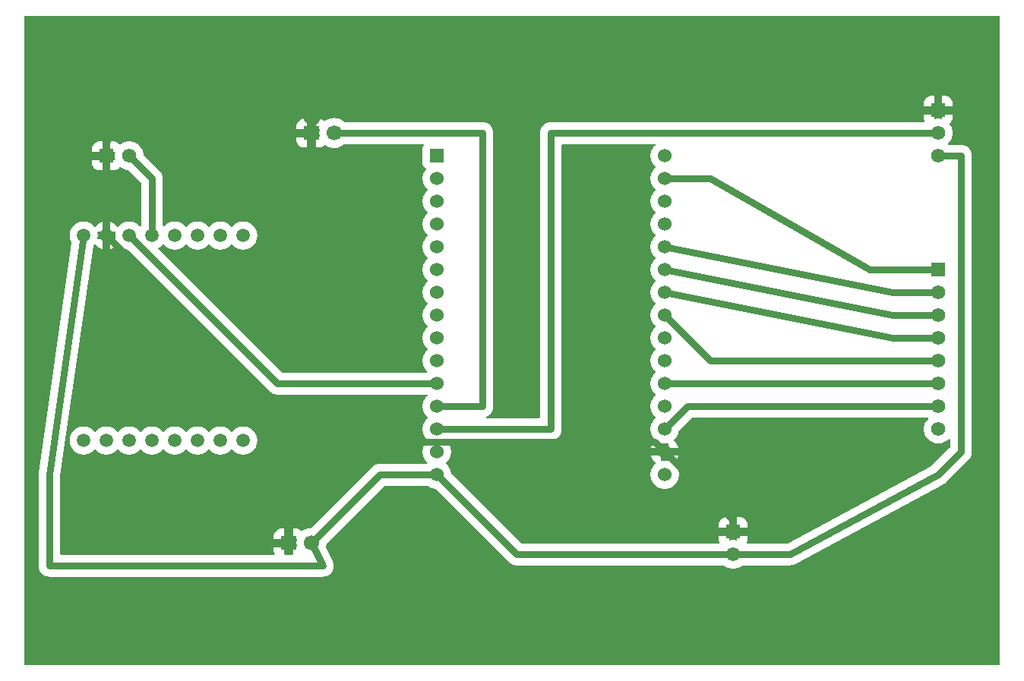
<source format=gtl>
G04 Layer: TopLayer*
G04 EasyEDA v6.5.51, 2025-11-27 18:45:45*
G04 165794e495e04085a6bddc9ff9194116,e0a4688c9a4c477ab9b1abdd6ae47455,10*
G04 Gerber Generator version 0.2*
G04 Scale: 100 percent, Rotated: No, Reflected: No *
G04 Dimensions in millimeters *
G04 leading zeros omitted , absolute positions ,4 integer and 5 decimal *
%FSLAX45Y45*%
%MOMM*%

%ADD10C,0.8000*%
%ADD11R,1.7000X1.5748*%
%ADD12C,1.7000*%
%ADD13R,1.5748X1.5748*%
%ADD14C,1.5748*%
%ADD15R,1.5240X1.5240*%
%ADD16R,0.0193X1.5240*%
%ADD17C,1.5240*%
%ADD18C,1.5000*%

%LPD*%
G36*
X747268Y1689607D02*
G01*
X743356Y1690370D01*
X740105Y1692605D01*
X737870Y1695856D01*
X737108Y1699768D01*
X737108Y8917432D01*
X737870Y8921343D01*
X740105Y8924594D01*
X743356Y8926830D01*
X747268Y8927592D01*
X11597132Y8927592D01*
X11601043Y8926830D01*
X11604294Y8924594D01*
X11606530Y8921343D01*
X11607292Y8917432D01*
X11607292Y1699768D01*
X11606530Y1695856D01*
X11604294Y1692605D01*
X11601043Y1690370D01*
X11597132Y1689607D01*
G37*

%LPC*%
G36*
X1016304Y2672232D02*
G01*
X4063695Y2672232D01*
X4078681Y2673096D01*
X4093159Y2675788D01*
X4107179Y2680157D01*
X4120591Y2686202D01*
X4133189Y2693771D01*
X4144772Y2702864D01*
X4155135Y2713228D01*
X4164228Y2724810D01*
X4171797Y2737408D01*
X4177842Y2750820D01*
X4182211Y2764840D01*
X4184904Y2779318D01*
X4185767Y2794000D01*
X4184904Y2808681D01*
X4182211Y2823159D01*
X4177842Y2837230D01*
X4172813Y2848711D01*
X4098493Y2997352D01*
X4097477Y3000908D01*
X4097782Y3004566D01*
X4100017Y3012744D01*
X4102811Y3030270D01*
X4103268Y3038348D01*
X4104132Y3041954D01*
X4106214Y3045002D01*
X4746498Y3685286D01*
X4749800Y3687470D01*
X4753660Y3688232D01*
X5230114Y3688232D01*
X5233365Y3687724D01*
X5236260Y3686149D01*
X5245303Y3679291D01*
X5259984Y3670452D01*
X5275478Y3663289D01*
X5291734Y3657803D01*
X5308396Y3654145D01*
X5315204Y3653383D01*
X5318506Y3652469D01*
X5321300Y3650487D01*
X6136792Y2834995D01*
X6142228Y2829864D01*
X6147917Y2825140D01*
X6153810Y2820771D01*
X6160008Y2816758D01*
X6166408Y2813151D01*
X6173012Y2809951D01*
X6179820Y2807106D01*
X6186779Y2804718D01*
X6193840Y2802737D01*
X6201054Y2801213D01*
X6208318Y2800096D01*
X6215634Y2799435D01*
X6223152Y2799232D01*
X8527948Y2799232D01*
X8531199Y2798673D01*
X8534095Y2797149D01*
X8545931Y2788158D01*
X8560816Y2779166D01*
X8576564Y2771902D01*
X8593074Y2766314D01*
X8610041Y2762605D01*
X8627313Y2760726D01*
X8644686Y2760726D01*
X8661958Y2762605D01*
X8678926Y2766314D01*
X8695436Y2771902D01*
X8711184Y2779166D01*
X8726068Y2788158D01*
X8737904Y2797149D01*
X8740800Y2798673D01*
X8744051Y2799232D01*
X9270949Y2799232D01*
X9286951Y2800299D01*
X9301378Y2803093D01*
X9315399Y2807614D01*
X9329013Y2813913D01*
X10979607Y3702710D01*
X10984941Y3705758D01*
X10992307Y3710533D01*
X10997082Y3714089D01*
X11003737Y3719728D01*
X11008207Y3723995D01*
X11262004Y3977792D01*
X11267135Y3983228D01*
X11271859Y3988917D01*
X11276228Y3994810D01*
X11280241Y4001008D01*
X11283848Y4007408D01*
X11287048Y4014012D01*
X11289893Y4020820D01*
X11292281Y4027779D01*
X11294262Y4034840D01*
X11295786Y4042054D01*
X11296904Y4049318D01*
X11297564Y4056634D01*
X11297767Y4064152D01*
X11297767Y7365695D01*
X11296904Y7380681D01*
X11294211Y7395159D01*
X11289842Y7409180D01*
X11283797Y7422591D01*
X11276228Y7435189D01*
X11267135Y7446772D01*
X11256772Y7457135D01*
X11245189Y7466228D01*
X11232591Y7473797D01*
X11219180Y7479842D01*
X11205159Y7484211D01*
X11190681Y7486903D01*
X11175695Y7487767D01*
X11041126Y7487767D01*
X11037316Y7488529D01*
X11034014Y7490714D01*
X11031829Y7493914D01*
X11031016Y7497775D01*
X11031677Y7501636D01*
X11033760Y7504938D01*
X11044326Y7516063D01*
X11054842Y7529931D01*
X11063833Y7544816D01*
X11071098Y7560564D01*
X11076686Y7577074D01*
X11080394Y7594041D01*
X11082274Y7611313D01*
X11082274Y7628686D01*
X11080394Y7645958D01*
X11076686Y7662925D01*
X11071098Y7679436D01*
X11063833Y7695184D01*
X11054842Y7710068D01*
X11049508Y7717129D01*
X11047780Y7720685D01*
X11047526Y7724648D01*
X11048847Y7728407D01*
X11051489Y7731404D01*
X11054283Y7733487D01*
X11062512Y7741716D01*
X11069523Y7751064D01*
X11075111Y7761274D01*
X11079175Y7772247D01*
X11081664Y7783626D01*
X11082528Y7795615D01*
X11082528Y7828280D01*
X10967720Y7828280D01*
X10967720Y7786878D01*
X10966805Y7782610D01*
X10964113Y7779156D01*
X10960303Y7777073D01*
X10955934Y7776870D01*
X10939373Y7779562D01*
X10922000Y7780528D01*
X10904626Y7779562D01*
X10888065Y7776870D01*
X10883696Y7777073D01*
X10879886Y7779156D01*
X10877194Y7782610D01*
X10876280Y7786878D01*
X10876280Y7828280D01*
X10761472Y7828280D01*
X10761472Y7795615D01*
X10762335Y7783626D01*
X10764824Y7772247D01*
X10768888Y7761274D01*
X10771327Y7756804D01*
X10772546Y7752842D01*
X10772038Y7748676D01*
X10769904Y7745069D01*
X10766501Y7742631D01*
X10762437Y7741767D01*
X6604304Y7741767D01*
X6589318Y7740903D01*
X6574840Y7738211D01*
X6560820Y7733842D01*
X6547408Y7727797D01*
X6534810Y7720228D01*
X6523228Y7711135D01*
X6512864Y7700772D01*
X6503771Y7689189D01*
X6496202Y7676591D01*
X6490157Y7663180D01*
X6485788Y7649159D01*
X6483096Y7634681D01*
X6482232Y7619695D01*
X6482232Y4449927D01*
X6481419Y4446066D01*
X6479235Y4442764D01*
X6475933Y4440580D01*
X6472072Y4439767D01*
X5891733Y4439767D01*
X5887872Y4440529D01*
X5884621Y4442714D01*
X5882386Y4445914D01*
X5881573Y4449775D01*
X5882233Y4453636D01*
X5884367Y4456938D01*
X5887567Y4459224D01*
X5898591Y4464202D01*
X5911189Y4471771D01*
X5922772Y4480864D01*
X5933135Y4491228D01*
X5942228Y4502810D01*
X5949797Y4515408D01*
X5955842Y4528820D01*
X5960211Y4542840D01*
X5962904Y4557318D01*
X5963767Y4572304D01*
X5963767Y7619695D01*
X5962904Y7634681D01*
X5960211Y7649159D01*
X5955842Y7663180D01*
X5949797Y7676591D01*
X5942228Y7689189D01*
X5933135Y7700772D01*
X5922772Y7711135D01*
X5911189Y7720228D01*
X5898591Y7727797D01*
X5885180Y7733842D01*
X5871159Y7738211D01*
X5856681Y7740903D01*
X5841695Y7741767D01*
X4308754Y7741767D01*
X4304944Y7742529D01*
X4300829Y7745526D01*
X4286859Y7756448D01*
X4271822Y7765897D01*
X4255820Y7773670D01*
X4239158Y7779664D01*
X4221886Y7783880D01*
X4204309Y7786217D01*
X4186580Y7786725D01*
X4168851Y7785303D01*
X4151426Y7782001D01*
X4134408Y7776870D01*
X4118051Y7769961D01*
X4102557Y7761376D01*
X4093159Y7754823D01*
X4089958Y7753299D01*
X4086453Y7752994D01*
X4083050Y7753908D01*
X4080154Y7755940D01*
X4075531Y7760512D01*
X4066184Y7767523D01*
X4055973Y7773111D01*
X4045051Y7777175D01*
X4033621Y7779664D01*
X4021632Y7780528D01*
X3985869Y7780528D01*
X3985869Y7665720D01*
X4017924Y7665720D01*
X4022293Y7664703D01*
X4025798Y7661960D01*
X4027779Y7657896D01*
X4027830Y7653426D01*
X4026357Y7646517D01*
X4024477Y7628890D01*
X4024477Y7611109D01*
X4026357Y7593482D01*
X4027830Y7586573D01*
X4027779Y7582103D01*
X4025798Y7578039D01*
X4022293Y7575296D01*
X4017924Y7574280D01*
X3985869Y7574280D01*
X3985869Y7459472D01*
X4021632Y7459472D01*
X4033621Y7460335D01*
X4045051Y7462824D01*
X4055973Y7466888D01*
X4066184Y7472476D01*
X4075531Y7479487D01*
X4080154Y7484059D01*
X4083050Y7486091D01*
X4086453Y7487005D01*
X4089958Y7486700D01*
X4093159Y7485176D01*
X4102557Y7478623D01*
X4118051Y7470038D01*
X4134408Y7463129D01*
X4151426Y7457998D01*
X4168851Y7454696D01*
X4186580Y7453274D01*
X4204309Y7453782D01*
X4221886Y7456119D01*
X4239158Y7460335D01*
X4255820Y7466330D01*
X4271822Y7474102D01*
X4286859Y7483551D01*
X4300829Y7494473D01*
X4304944Y7497470D01*
X4308754Y7498232D01*
X5178298Y7498232D01*
X5182412Y7497368D01*
X5185765Y7494930D01*
X5187899Y7491323D01*
X5188407Y7487158D01*
X5187238Y7483195D01*
X5183378Y7476185D01*
X5179314Y7465263D01*
X5176824Y7453884D01*
X5176012Y7441844D01*
X5176012Y7290206D01*
X5176824Y7278166D01*
X5179314Y7266787D01*
X5183378Y7255865D01*
X5189016Y7245603D01*
X5195976Y7236307D01*
X5204256Y7228027D01*
X5208625Y7224775D01*
X5211318Y7221677D01*
X5212638Y7217765D01*
X5212232Y7213650D01*
X5210251Y7210044D01*
X5208219Y7207605D01*
X5198618Y7193483D01*
X5190591Y7178344D01*
X5184292Y7162444D01*
X5179669Y7145985D01*
X5176926Y7129119D01*
X5176012Y7112000D01*
X5176926Y7094931D01*
X5179669Y7078065D01*
X5184292Y7061606D01*
X5190591Y7045706D01*
X5198618Y7030567D01*
X5208219Y7016445D01*
X5219293Y7003389D01*
X5230876Y6992416D01*
X5233212Y6989064D01*
X5234076Y6985000D01*
X5233212Y6980986D01*
X5230876Y6977634D01*
X5219293Y6966661D01*
X5208219Y6953605D01*
X5198618Y6939483D01*
X5190591Y6924344D01*
X5184292Y6908444D01*
X5179669Y6891985D01*
X5176926Y6875119D01*
X5176012Y6858000D01*
X5176926Y6840931D01*
X5179669Y6824065D01*
X5184292Y6807606D01*
X5190591Y6791706D01*
X5198618Y6776567D01*
X5208219Y6762445D01*
X5219293Y6749389D01*
X5230876Y6738416D01*
X5233212Y6735064D01*
X5234076Y6731000D01*
X5233212Y6726986D01*
X5230876Y6723634D01*
X5219293Y6712661D01*
X5208219Y6699605D01*
X5198618Y6685483D01*
X5190591Y6670344D01*
X5184292Y6654444D01*
X5179669Y6637985D01*
X5176926Y6621119D01*
X5176012Y6604000D01*
X5176926Y6586931D01*
X5179669Y6570065D01*
X5184292Y6553606D01*
X5190591Y6537706D01*
X5198618Y6522567D01*
X5208219Y6508445D01*
X5219293Y6495389D01*
X5230876Y6484416D01*
X5233212Y6481064D01*
X5234076Y6477000D01*
X5233212Y6472986D01*
X5230876Y6469634D01*
X5219293Y6458661D01*
X5208219Y6445605D01*
X5198618Y6431483D01*
X5190591Y6416344D01*
X5184292Y6400444D01*
X5179669Y6383985D01*
X5176926Y6367119D01*
X5176012Y6350000D01*
X5176926Y6332931D01*
X5179669Y6316065D01*
X5184292Y6299606D01*
X5190591Y6283706D01*
X5198618Y6268567D01*
X5208219Y6254445D01*
X5219293Y6241389D01*
X5230876Y6230416D01*
X5233212Y6227064D01*
X5234076Y6223000D01*
X5233212Y6218986D01*
X5230876Y6215634D01*
X5219293Y6204661D01*
X5208219Y6191605D01*
X5198618Y6177483D01*
X5190591Y6162344D01*
X5184292Y6146444D01*
X5179669Y6129985D01*
X5176926Y6113119D01*
X5176012Y6096000D01*
X5176926Y6078931D01*
X5179669Y6062065D01*
X5184292Y6045606D01*
X5190591Y6029706D01*
X5198618Y6014567D01*
X5208219Y6000445D01*
X5219293Y5987389D01*
X5230876Y5976416D01*
X5233212Y5973064D01*
X5234076Y5969000D01*
X5233212Y5964986D01*
X5230876Y5961634D01*
X5219293Y5950661D01*
X5208219Y5937605D01*
X5198618Y5923483D01*
X5190591Y5908344D01*
X5184292Y5892444D01*
X5179669Y5875985D01*
X5176926Y5859119D01*
X5176012Y5842000D01*
X5176926Y5824931D01*
X5179669Y5808065D01*
X5184292Y5791606D01*
X5190591Y5775706D01*
X5198618Y5760567D01*
X5208219Y5746445D01*
X5219293Y5733389D01*
X5230876Y5722416D01*
X5233212Y5719064D01*
X5234076Y5715000D01*
X5233212Y5710986D01*
X5230876Y5707634D01*
X5219293Y5696661D01*
X5208219Y5683605D01*
X5198618Y5669483D01*
X5190591Y5654344D01*
X5184292Y5638444D01*
X5179669Y5621985D01*
X5176926Y5605119D01*
X5176012Y5588000D01*
X5176926Y5570931D01*
X5179669Y5554065D01*
X5184292Y5537606D01*
X5190591Y5521706D01*
X5198618Y5506567D01*
X5208219Y5492445D01*
X5219293Y5479389D01*
X5230876Y5468416D01*
X5233212Y5465064D01*
X5234076Y5461000D01*
X5233212Y5456986D01*
X5230876Y5453634D01*
X5219293Y5442661D01*
X5208219Y5429605D01*
X5198618Y5415483D01*
X5190591Y5400344D01*
X5184292Y5384444D01*
X5179669Y5367985D01*
X5176926Y5351119D01*
X5176012Y5334000D01*
X5176926Y5316931D01*
X5179669Y5300065D01*
X5184292Y5283606D01*
X5190591Y5267706D01*
X5198618Y5252567D01*
X5208219Y5238445D01*
X5219293Y5225389D01*
X5230876Y5214416D01*
X5233212Y5211064D01*
X5234076Y5207000D01*
X5233212Y5202986D01*
X5230876Y5199634D01*
X5219293Y5188661D01*
X5208219Y5175605D01*
X5198618Y5161483D01*
X5190591Y5146344D01*
X5184292Y5130444D01*
X5179669Y5113985D01*
X5176926Y5097119D01*
X5176012Y5080000D01*
X5176926Y5062931D01*
X5179669Y5046065D01*
X5184292Y5029606D01*
X5190591Y5013706D01*
X5198618Y4998567D01*
X5208219Y4984445D01*
X5219293Y4971389D01*
X5225643Y4965344D01*
X5227980Y4962093D01*
X5228844Y4958181D01*
X5228132Y4954219D01*
X5225897Y4950866D01*
X5222595Y4948580D01*
X5218684Y4947818D01*
X3610610Y4947818D01*
X3606749Y4948580D01*
X3603447Y4950764D01*
X2231085Y6323177D01*
X2228951Y6326276D01*
X2228088Y6329934D01*
X2228646Y6333642D01*
X2230526Y6336893D01*
X2233422Y6339281D01*
X2241092Y6343446D01*
X2255316Y6353302D01*
X2268321Y6364630D01*
X2278532Y6375704D01*
X2281936Y6378143D01*
X2286000Y6379006D01*
X2290064Y6378143D01*
X2293467Y6375704D01*
X2303678Y6364630D01*
X2316734Y6353302D01*
X2330907Y6343446D01*
X2346096Y6335217D01*
X2362098Y6328714D01*
X2378710Y6324041D01*
X2395778Y6321196D01*
X2413000Y6320231D01*
X2430272Y6321196D01*
X2447290Y6324041D01*
X2463901Y6328714D01*
X2479903Y6335217D01*
X2495092Y6343446D01*
X2509316Y6353302D01*
X2522321Y6364630D01*
X2532532Y6375704D01*
X2535936Y6378143D01*
X2540000Y6379006D01*
X2544064Y6378143D01*
X2547467Y6375704D01*
X2557678Y6364630D01*
X2570683Y6353302D01*
X2584907Y6343446D01*
X2600096Y6335217D01*
X2616098Y6328714D01*
X2632710Y6324041D01*
X2649778Y6321196D01*
X2667000Y6320231D01*
X2684221Y6321196D01*
X2701290Y6324041D01*
X2717901Y6328714D01*
X2733903Y6335217D01*
X2749092Y6343446D01*
X2763316Y6353302D01*
X2776321Y6364630D01*
X2786532Y6375704D01*
X2789936Y6378143D01*
X2794000Y6379006D01*
X2798064Y6378143D01*
X2801467Y6375704D01*
X2811678Y6364630D01*
X2824683Y6353302D01*
X2838907Y6343446D01*
X2854096Y6335217D01*
X2870098Y6328714D01*
X2886710Y6324041D01*
X2903778Y6321196D01*
X2921000Y6320231D01*
X2938221Y6321196D01*
X2955290Y6324041D01*
X2971901Y6328714D01*
X2987903Y6335217D01*
X3003092Y6343446D01*
X3017316Y6353302D01*
X3030321Y6364630D01*
X3040532Y6375704D01*
X3043936Y6378143D01*
X3048000Y6379006D01*
X3052064Y6378143D01*
X3055467Y6375704D01*
X3065678Y6364630D01*
X3078683Y6353302D01*
X3092907Y6343446D01*
X3108096Y6335217D01*
X3124098Y6328714D01*
X3140710Y6324041D01*
X3157778Y6321196D01*
X3175000Y6320231D01*
X3192221Y6321196D01*
X3209290Y6324041D01*
X3225901Y6328714D01*
X3241903Y6335217D01*
X3257092Y6343446D01*
X3271316Y6353302D01*
X3284321Y6364630D01*
X3296005Y6377330D01*
X3306267Y6391249D01*
X3314903Y6406184D01*
X3321812Y6422034D01*
X3326993Y6438493D01*
X3330295Y6455460D01*
X3331718Y6472682D01*
X3331260Y6489954D01*
X3328873Y6507073D01*
X3324606Y6523786D01*
X3318560Y6539992D01*
X3310788Y6555384D01*
X3301339Y6569862D01*
X3290315Y6583172D01*
X3277971Y6595211D01*
X3264306Y6605828D01*
X3249625Y6614871D01*
X3233978Y6622237D01*
X3217672Y6627875D01*
X3200806Y6631635D01*
X3183636Y6633514D01*
X3166364Y6633514D01*
X3149193Y6631635D01*
X3132328Y6627875D01*
X3116021Y6622237D01*
X3100374Y6614871D01*
X3085693Y6605828D01*
X3072028Y6595211D01*
X3059684Y6583172D01*
X3055823Y6578549D01*
X3052318Y6575806D01*
X3048000Y6574840D01*
X3043682Y6575806D01*
X3040176Y6578549D01*
X3036316Y6583172D01*
X3023971Y6595211D01*
X3010306Y6605828D01*
X2995625Y6614871D01*
X2979978Y6622237D01*
X2963672Y6627875D01*
X2946806Y6631635D01*
X2929636Y6633514D01*
X2912364Y6633514D01*
X2895193Y6631635D01*
X2878328Y6627875D01*
X2862021Y6622237D01*
X2846374Y6614871D01*
X2831693Y6605828D01*
X2818028Y6595211D01*
X2805684Y6583172D01*
X2801823Y6578549D01*
X2798318Y6575806D01*
X2794000Y6574840D01*
X2789682Y6575806D01*
X2786176Y6578549D01*
X2782316Y6583172D01*
X2769971Y6595211D01*
X2756306Y6605828D01*
X2741625Y6614871D01*
X2725978Y6622237D01*
X2709672Y6627875D01*
X2692806Y6631635D01*
X2675636Y6633514D01*
X2658364Y6633514D01*
X2641193Y6631635D01*
X2624328Y6627875D01*
X2608021Y6622237D01*
X2592374Y6614871D01*
X2577693Y6605828D01*
X2564028Y6595211D01*
X2551684Y6583172D01*
X2547823Y6578549D01*
X2544318Y6575806D01*
X2540000Y6574840D01*
X2535682Y6575806D01*
X2532176Y6578549D01*
X2528366Y6583172D01*
X2515971Y6595211D01*
X2502357Y6605828D01*
X2487625Y6614871D01*
X2471978Y6622237D01*
X2455672Y6627875D01*
X2438806Y6631635D01*
X2421636Y6633514D01*
X2404364Y6633514D01*
X2387193Y6631635D01*
X2370328Y6627875D01*
X2354021Y6622237D01*
X2338374Y6614871D01*
X2323693Y6605828D01*
X2310028Y6595211D01*
X2298039Y6583527D01*
X2294737Y6581394D01*
X2290876Y6580682D01*
X2287016Y6581444D01*
X2283714Y6583680D01*
X2281529Y6586931D01*
X2280767Y6590842D01*
X2280767Y7111847D01*
X2280564Y7119366D01*
X2279904Y7126681D01*
X2278786Y7133945D01*
X2277262Y7141159D01*
X2275281Y7148220D01*
X2272893Y7155180D01*
X2270048Y7161987D01*
X2266848Y7168591D01*
X2263241Y7174992D01*
X2259228Y7181189D01*
X2254859Y7187082D01*
X2250135Y7192772D01*
X2245004Y7198207D01*
X2067407Y7375804D01*
X2065426Y7378598D01*
X2064512Y7381900D01*
X2063394Y7391958D01*
X2059686Y7408925D01*
X2054098Y7425436D01*
X2046833Y7441184D01*
X2037842Y7456068D01*
X2027326Y7469936D01*
X2015388Y7482535D01*
X2002129Y7493762D01*
X1987753Y7503515D01*
X1972411Y7511694D01*
X1956257Y7518095D01*
X1939493Y7522768D01*
X1922373Y7525562D01*
X1905000Y7526528D01*
X1887626Y7525562D01*
X1870506Y7522768D01*
X1853742Y7518095D01*
X1837588Y7511694D01*
X1822246Y7503515D01*
X1807311Y7493406D01*
X1803755Y7491882D01*
X1799894Y7491780D01*
X1796288Y7493101D01*
X1793443Y7495692D01*
X1791512Y7498283D01*
X1783283Y7506512D01*
X1773936Y7513523D01*
X1763725Y7519111D01*
X1752752Y7523175D01*
X1741373Y7525664D01*
X1729384Y7526528D01*
X1696720Y7526528D01*
X1696720Y7411720D01*
X1738325Y7411720D01*
X1742693Y7410703D01*
X1746250Y7407909D01*
X1748180Y7403896D01*
X1748231Y7399375D01*
X1746605Y7391958D01*
X1744725Y7374686D01*
X1744725Y7357313D01*
X1746605Y7340041D01*
X1748231Y7332624D01*
X1748180Y7328103D01*
X1746250Y7324090D01*
X1742693Y7321296D01*
X1738325Y7320280D01*
X1696720Y7320280D01*
X1696720Y7205472D01*
X1729384Y7205472D01*
X1741373Y7206335D01*
X1752752Y7208824D01*
X1763725Y7212888D01*
X1773936Y7218476D01*
X1783283Y7225487D01*
X1791665Y7233869D01*
X1793798Y7236510D01*
X1796643Y7238949D01*
X1800199Y7240168D01*
X1803958Y7240016D01*
X1807413Y7238542D01*
X1822246Y7228484D01*
X1837588Y7220305D01*
X1853742Y7213904D01*
X1870506Y7209231D01*
X1892300Y7205522D01*
X1895348Y7203389D01*
X2034235Y7064552D01*
X2036419Y7061250D01*
X2037232Y7057339D01*
X2037232Y6590842D01*
X2036470Y6586981D01*
X2034286Y6583680D01*
X2030984Y6581444D01*
X2027123Y6580682D01*
X2023262Y6581394D01*
X2019960Y6583527D01*
X2007971Y6595211D01*
X1994357Y6605828D01*
X1979625Y6614871D01*
X1963978Y6622237D01*
X1947672Y6627875D01*
X1930806Y6631635D01*
X1913636Y6633514D01*
X1896364Y6633514D01*
X1879193Y6631635D01*
X1862328Y6627875D01*
X1846021Y6622237D01*
X1830374Y6614871D01*
X1815693Y6605828D01*
X1802028Y6595211D01*
X1789684Y6583172D01*
X1785823Y6578549D01*
X1782318Y6575806D01*
X1778000Y6574840D01*
X1773682Y6575806D01*
X1770176Y6578549D01*
X1766366Y6583172D01*
X1753971Y6595211D01*
X1740357Y6605828D01*
X1725625Y6614871D01*
X1709978Y6622237D01*
X1694840Y6627469D01*
X1694840Y6520840D01*
X1741576Y6520840D01*
X1745183Y6520180D01*
X1748332Y6518249D01*
X1750568Y6515354D01*
X1751685Y6511848D01*
X1748789Y6489954D01*
X1748282Y6472682D01*
X1749704Y6455460D01*
X1751685Y6445250D01*
X1751584Y6440830D01*
X1749602Y6436868D01*
X1746097Y6434124D01*
X1741728Y6433159D01*
X1694840Y6433159D01*
X1694840Y6326733D01*
X1701901Y6328714D01*
X1717903Y6335217D01*
X1733092Y6343446D01*
X1747316Y6353302D01*
X1760321Y6364630D01*
X1770532Y6375704D01*
X1773936Y6378143D01*
X1778000Y6379006D01*
X1782064Y6378143D01*
X1785467Y6375704D01*
X1795678Y6364630D01*
X1808734Y6353302D01*
X1822907Y6343446D01*
X1838096Y6335217D01*
X1854098Y6328714D01*
X1870710Y6324041D01*
X1885543Y6321552D01*
X1888540Y6320536D01*
X1891080Y6318707D01*
X3469741Y4739995D01*
X3475228Y4734864D01*
X3480866Y4730140D01*
X3486810Y4725822D01*
X3492957Y4721809D01*
X3499358Y4718202D01*
X3506012Y4714951D01*
X3512769Y4712157D01*
X3519728Y4709769D01*
X3526840Y4707788D01*
X3534003Y4706213D01*
X3541318Y4705146D01*
X3548634Y4704486D01*
X3556152Y4704232D01*
X5218684Y4704232D01*
X5222595Y4703470D01*
X5225897Y4701184D01*
X5228132Y4697831D01*
X5228844Y4693869D01*
X5227980Y4689957D01*
X5225643Y4686706D01*
X5219293Y4680661D01*
X5208219Y4667605D01*
X5198618Y4653483D01*
X5190591Y4638344D01*
X5184292Y4622444D01*
X5179669Y4605985D01*
X5176926Y4589119D01*
X5176012Y4572000D01*
X5176926Y4554931D01*
X5179669Y4538065D01*
X5184292Y4521606D01*
X5190591Y4505706D01*
X5198618Y4490567D01*
X5208219Y4476445D01*
X5219293Y4463389D01*
X5230876Y4452416D01*
X5233212Y4449064D01*
X5234076Y4445000D01*
X5233212Y4440986D01*
X5230876Y4437634D01*
X5219293Y4426661D01*
X5208219Y4413605D01*
X5198618Y4399483D01*
X5190591Y4384344D01*
X5184292Y4368444D01*
X5179669Y4351985D01*
X5176926Y4335119D01*
X5176012Y4318000D01*
X5176926Y4300931D01*
X5179669Y4284065D01*
X5184292Y4267606D01*
X5190591Y4251706D01*
X5198618Y4236567D01*
X5208219Y4222445D01*
X5219293Y4209389D01*
X5230876Y4198416D01*
X5233212Y4195064D01*
X5234076Y4191000D01*
X5233212Y4186986D01*
X5230876Y4183634D01*
X5219293Y4172661D01*
X5208219Y4159605D01*
X5198618Y4145483D01*
X5190591Y4130344D01*
X5184292Y4114444D01*
X5179669Y4097985D01*
X5176926Y4081119D01*
X5176012Y4064000D01*
X5176926Y4046931D01*
X5179669Y4030065D01*
X5184292Y4013606D01*
X5190591Y3997706D01*
X5198618Y3982567D01*
X5208219Y3968445D01*
X5219293Y3955389D01*
X5225643Y3949344D01*
X5227980Y3946093D01*
X5228844Y3942181D01*
X5228132Y3938219D01*
X5225897Y3934866D01*
X5222595Y3932580D01*
X5218684Y3931818D01*
X4699203Y3931818D01*
X4691684Y3931564D01*
X4684369Y3930904D01*
X4677054Y3929837D01*
X4669891Y3928262D01*
X4662779Y3926281D01*
X4655820Y3923893D01*
X4649063Y3921099D01*
X4642408Y3917848D01*
X4636008Y3914241D01*
X4629861Y3910228D01*
X4623917Y3905910D01*
X4618278Y3901186D01*
X4612792Y3896055D01*
X3934053Y3217265D01*
X3931107Y3215233D01*
X3927652Y3214319D01*
X3914851Y3213303D01*
X3897426Y3210001D01*
X3880408Y3204870D01*
X3864051Y3197961D01*
X3848557Y3189376D01*
X3839159Y3182823D01*
X3835958Y3181299D01*
X3832453Y3180994D01*
X3829050Y3181908D01*
X3826154Y3183940D01*
X3821531Y3188512D01*
X3812184Y3195523D01*
X3801973Y3201111D01*
X3791051Y3205175D01*
X3779621Y3207664D01*
X3767632Y3208528D01*
X3731869Y3208528D01*
X3731869Y3093720D01*
X3763924Y3093720D01*
X3768293Y3092704D01*
X3771798Y3089960D01*
X3773779Y3085896D01*
X3773830Y3081426D01*
X3772357Y3074517D01*
X3770477Y3056890D01*
X3770477Y3039110D01*
X3772357Y3021482D01*
X3773830Y3014573D01*
X3773779Y3010103D01*
X3771798Y3006039D01*
X3768293Y3003296D01*
X3763924Y3002280D01*
X3731869Y3002280D01*
X3731869Y2925927D01*
X3731056Y2922066D01*
X3728872Y2918764D01*
X3725570Y2916580D01*
X3721709Y2915767D01*
X3644290Y2915767D01*
X3640429Y2916580D01*
X3637127Y2918764D01*
X3634943Y2922066D01*
X3634130Y2925927D01*
X3634130Y3002280D01*
X3516223Y3002280D01*
X3516223Y2969615D01*
X3517087Y2957626D01*
X3519525Y2946247D01*
X3523640Y2935274D01*
X3526078Y2930804D01*
X3527298Y2926842D01*
X3526790Y2922676D01*
X3524656Y2919069D01*
X3521252Y2916631D01*
X3517137Y2915767D01*
X1147927Y2915767D01*
X1144066Y2916580D01*
X1140764Y2918764D01*
X1138580Y2922066D01*
X1137767Y2925927D01*
X1137869Y3802075D01*
X1503121Y6358534D01*
X1503984Y6361480D01*
X1505712Y6364020D01*
X1516532Y6375755D01*
X1519936Y6378143D01*
X1524000Y6379006D01*
X1528064Y6378143D01*
X1531467Y6375704D01*
X1541678Y6364630D01*
X1554734Y6353302D01*
X1568907Y6343446D01*
X1584096Y6335217D01*
X1600098Y6328714D01*
X1607159Y6326733D01*
X1607159Y6433159D01*
X1560271Y6433159D01*
X1555953Y6434124D01*
X1552448Y6436868D01*
X1550416Y6440830D01*
X1550314Y6445250D01*
X1552295Y6455460D01*
X1553718Y6472682D01*
X1553260Y6489954D01*
X1550314Y6511848D01*
X1551432Y6515354D01*
X1553667Y6518249D01*
X1556816Y6520180D01*
X1560423Y6520840D01*
X1607159Y6520840D01*
X1607159Y6627469D01*
X1592021Y6622237D01*
X1576374Y6614871D01*
X1561693Y6605828D01*
X1548028Y6595211D01*
X1535684Y6583172D01*
X1531823Y6578549D01*
X1528318Y6575806D01*
X1524000Y6574840D01*
X1519682Y6575806D01*
X1516176Y6578549D01*
X1512366Y6583172D01*
X1499971Y6595211D01*
X1486357Y6605828D01*
X1471625Y6614871D01*
X1455978Y6622237D01*
X1439672Y6627875D01*
X1422806Y6631635D01*
X1405636Y6633514D01*
X1388364Y6633514D01*
X1371193Y6631635D01*
X1354328Y6627875D01*
X1338021Y6622237D01*
X1322374Y6614871D01*
X1307693Y6605828D01*
X1294028Y6595211D01*
X1281684Y6583172D01*
X1270660Y6569862D01*
X1261211Y6555384D01*
X1253439Y6539992D01*
X1247394Y6523786D01*
X1243126Y6507073D01*
X1240790Y6489954D01*
X1240282Y6472682D01*
X1241704Y6455460D01*
X1245006Y6438493D01*
X1250188Y6422034D01*
X1257096Y6406184D01*
X1260754Y6399885D01*
X1261922Y6396736D01*
X1262024Y6393383D01*
X895146Y3824884D01*
X894232Y3812387D01*
X894232Y2794304D01*
X895096Y2779318D01*
X897788Y2764840D01*
X902157Y2750820D01*
X908202Y2737408D01*
X915771Y2724810D01*
X924864Y2713228D01*
X935228Y2702864D01*
X946810Y2693771D01*
X959408Y2686202D01*
X972819Y2680157D01*
X986840Y2675788D01*
X1001318Y2673096D01*
G37*
G36*
X3516223Y3093720D02*
G01*
X3634130Y3093720D01*
X3634130Y3208528D01*
X3598367Y3208528D01*
X3586378Y3207664D01*
X3574948Y3205175D01*
X3564026Y3201111D01*
X3553815Y3195523D01*
X3544468Y3188512D01*
X3536187Y3180283D01*
X3529228Y3170936D01*
X3523640Y3160725D01*
X3519525Y3149752D01*
X3517087Y3138373D01*
X3516223Y3126384D01*
G37*
G36*
X1397000Y4034231D02*
G01*
X1414272Y4035196D01*
X1431290Y4038041D01*
X1447901Y4042714D01*
X1463903Y4049217D01*
X1479092Y4057446D01*
X1493316Y4067301D01*
X1506321Y4078630D01*
X1516532Y4089704D01*
X1519936Y4092143D01*
X1524000Y4093006D01*
X1528064Y4092143D01*
X1531467Y4089704D01*
X1541678Y4078630D01*
X1554734Y4067301D01*
X1568907Y4057446D01*
X1584096Y4049217D01*
X1600098Y4042714D01*
X1616710Y4038041D01*
X1633778Y4035196D01*
X1651000Y4034231D01*
X1668272Y4035196D01*
X1685289Y4038041D01*
X1701901Y4042714D01*
X1717903Y4049217D01*
X1733092Y4057446D01*
X1747316Y4067301D01*
X1760321Y4078630D01*
X1770532Y4089704D01*
X1773936Y4092143D01*
X1778000Y4093006D01*
X1782064Y4092143D01*
X1785467Y4089704D01*
X1795678Y4078630D01*
X1808734Y4067301D01*
X1822907Y4057446D01*
X1838096Y4049217D01*
X1854098Y4042714D01*
X1870710Y4038041D01*
X1887778Y4035196D01*
X1905000Y4034231D01*
X1922272Y4035196D01*
X1939289Y4038041D01*
X1955901Y4042714D01*
X1971903Y4049217D01*
X1987092Y4057446D01*
X2001316Y4067301D01*
X2014321Y4078630D01*
X2024532Y4089704D01*
X2027936Y4092143D01*
X2032000Y4093006D01*
X2036064Y4092143D01*
X2039467Y4089704D01*
X2049678Y4078630D01*
X2062734Y4067301D01*
X2076907Y4057446D01*
X2092096Y4049217D01*
X2108098Y4042714D01*
X2124710Y4038041D01*
X2141778Y4035196D01*
X2159000Y4034231D01*
X2176272Y4035196D01*
X2193290Y4038041D01*
X2209901Y4042714D01*
X2225903Y4049217D01*
X2241092Y4057446D01*
X2255316Y4067301D01*
X2268321Y4078630D01*
X2278532Y4089704D01*
X2281936Y4092143D01*
X2286000Y4093006D01*
X2290064Y4092143D01*
X2293467Y4089704D01*
X2303678Y4078630D01*
X2316734Y4067301D01*
X2330907Y4057446D01*
X2346096Y4049217D01*
X2362098Y4042714D01*
X2378710Y4038041D01*
X2395778Y4035196D01*
X2413000Y4034231D01*
X2430272Y4035196D01*
X2447290Y4038041D01*
X2463901Y4042714D01*
X2479903Y4049217D01*
X2495092Y4057446D01*
X2509316Y4067301D01*
X2522321Y4078630D01*
X2532532Y4089704D01*
X2535936Y4092143D01*
X2540000Y4093006D01*
X2544064Y4092143D01*
X2547467Y4089704D01*
X2557678Y4078630D01*
X2570683Y4067301D01*
X2584907Y4057446D01*
X2600096Y4049217D01*
X2616098Y4042714D01*
X2632710Y4038041D01*
X2649778Y4035196D01*
X2667000Y4034231D01*
X2684221Y4035196D01*
X2701290Y4038041D01*
X2717901Y4042714D01*
X2733903Y4049217D01*
X2749092Y4057446D01*
X2763316Y4067301D01*
X2776321Y4078630D01*
X2786532Y4089704D01*
X2789936Y4092143D01*
X2794000Y4093006D01*
X2798064Y4092143D01*
X2801467Y4089704D01*
X2811678Y4078630D01*
X2824683Y4067301D01*
X2838907Y4057446D01*
X2854096Y4049217D01*
X2870098Y4042714D01*
X2886710Y4038041D01*
X2903778Y4035196D01*
X2921000Y4034231D01*
X2938221Y4035196D01*
X2955290Y4038041D01*
X2971901Y4042714D01*
X2987903Y4049217D01*
X3003092Y4057446D01*
X3017316Y4067301D01*
X3030321Y4078630D01*
X3040532Y4089704D01*
X3043936Y4092143D01*
X3048000Y4093006D01*
X3052064Y4092143D01*
X3055467Y4089704D01*
X3065678Y4078630D01*
X3078683Y4067301D01*
X3092907Y4057446D01*
X3108096Y4049217D01*
X3124098Y4042714D01*
X3140710Y4038041D01*
X3157778Y4035196D01*
X3175000Y4034231D01*
X3192221Y4035196D01*
X3209290Y4038041D01*
X3225901Y4042714D01*
X3241903Y4049217D01*
X3257092Y4057446D01*
X3271316Y4067301D01*
X3284321Y4078630D01*
X3296005Y4091330D01*
X3306267Y4105249D01*
X3314903Y4120235D01*
X3321812Y4136034D01*
X3326993Y4152493D01*
X3330295Y4169460D01*
X3331718Y4186682D01*
X3331260Y4203954D01*
X3328873Y4221073D01*
X3324606Y4237786D01*
X3318560Y4253992D01*
X3310788Y4269384D01*
X3301339Y4283862D01*
X3290315Y4297172D01*
X3277971Y4309211D01*
X3264306Y4319828D01*
X3249625Y4328871D01*
X3233978Y4336237D01*
X3217672Y4341876D01*
X3200806Y4345635D01*
X3183636Y4347514D01*
X3166364Y4347514D01*
X3149193Y4345635D01*
X3132328Y4341876D01*
X3116021Y4336237D01*
X3100374Y4328871D01*
X3085693Y4319828D01*
X3072028Y4309211D01*
X3059684Y4297172D01*
X3055823Y4292549D01*
X3052318Y4289806D01*
X3048000Y4288840D01*
X3043682Y4289806D01*
X3040176Y4292549D01*
X3036316Y4297172D01*
X3023971Y4309211D01*
X3010306Y4319828D01*
X2995625Y4328871D01*
X2979978Y4336237D01*
X2963672Y4341876D01*
X2946806Y4345635D01*
X2929636Y4347514D01*
X2912364Y4347514D01*
X2895193Y4345635D01*
X2878328Y4341876D01*
X2862021Y4336237D01*
X2846374Y4328871D01*
X2831693Y4319828D01*
X2818028Y4309211D01*
X2805684Y4297172D01*
X2801823Y4292549D01*
X2798318Y4289806D01*
X2794000Y4288840D01*
X2789682Y4289806D01*
X2786176Y4292549D01*
X2782316Y4297172D01*
X2769971Y4309211D01*
X2756306Y4319828D01*
X2741625Y4328871D01*
X2725978Y4336237D01*
X2709672Y4341876D01*
X2692806Y4345635D01*
X2675636Y4347514D01*
X2658364Y4347514D01*
X2641193Y4345635D01*
X2624328Y4341876D01*
X2608021Y4336237D01*
X2592374Y4328871D01*
X2577693Y4319828D01*
X2564028Y4309211D01*
X2551684Y4297172D01*
X2547823Y4292549D01*
X2544318Y4289806D01*
X2540000Y4288840D01*
X2535682Y4289806D01*
X2532176Y4292549D01*
X2528366Y4297172D01*
X2515971Y4309211D01*
X2502357Y4319828D01*
X2487625Y4328871D01*
X2471978Y4336237D01*
X2455672Y4341876D01*
X2438806Y4345635D01*
X2421636Y4347514D01*
X2404364Y4347514D01*
X2387193Y4345635D01*
X2370328Y4341876D01*
X2354021Y4336237D01*
X2338374Y4328871D01*
X2323693Y4319828D01*
X2310028Y4309211D01*
X2297684Y4297172D01*
X2293823Y4292549D01*
X2290318Y4289806D01*
X2286000Y4288840D01*
X2281682Y4289806D01*
X2278176Y4292549D01*
X2274366Y4297172D01*
X2261971Y4309211D01*
X2248357Y4319828D01*
X2233625Y4328871D01*
X2217978Y4336237D01*
X2201672Y4341876D01*
X2184806Y4345635D01*
X2167636Y4347514D01*
X2150364Y4347514D01*
X2133193Y4345635D01*
X2116328Y4341876D01*
X2100021Y4336237D01*
X2084374Y4328871D01*
X2069693Y4319828D01*
X2056028Y4309211D01*
X2043684Y4297172D01*
X2039823Y4292549D01*
X2036318Y4289806D01*
X2032000Y4288840D01*
X2027682Y4289806D01*
X2024176Y4292549D01*
X2020366Y4297172D01*
X2007971Y4309211D01*
X1994357Y4319828D01*
X1979625Y4328871D01*
X1963978Y4336237D01*
X1947672Y4341876D01*
X1930806Y4345635D01*
X1913636Y4347514D01*
X1896364Y4347514D01*
X1879193Y4345635D01*
X1862328Y4341876D01*
X1846021Y4336237D01*
X1830374Y4328871D01*
X1815693Y4319828D01*
X1802028Y4309211D01*
X1789684Y4297172D01*
X1785823Y4292549D01*
X1782318Y4289806D01*
X1778000Y4288840D01*
X1773682Y4289806D01*
X1770176Y4292549D01*
X1766366Y4297172D01*
X1753971Y4309211D01*
X1740357Y4319828D01*
X1725625Y4328871D01*
X1709978Y4336237D01*
X1693672Y4341876D01*
X1676806Y4345635D01*
X1659636Y4347514D01*
X1642364Y4347514D01*
X1625193Y4345635D01*
X1608328Y4341876D01*
X1592021Y4336237D01*
X1576374Y4328871D01*
X1561693Y4319828D01*
X1548028Y4309211D01*
X1535684Y4297172D01*
X1531823Y4292549D01*
X1528318Y4289806D01*
X1524000Y4288840D01*
X1519682Y4289806D01*
X1516176Y4292549D01*
X1512366Y4297172D01*
X1499971Y4309211D01*
X1486357Y4319828D01*
X1471625Y4328871D01*
X1455978Y4336237D01*
X1439672Y4341876D01*
X1422806Y4345635D01*
X1405636Y4347514D01*
X1388364Y4347514D01*
X1371193Y4345635D01*
X1354328Y4341876D01*
X1338021Y4336237D01*
X1322374Y4328871D01*
X1307693Y4319828D01*
X1294028Y4309211D01*
X1281684Y4297172D01*
X1270660Y4283862D01*
X1261211Y4269384D01*
X1253439Y4253992D01*
X1247394Y4237786D01*
X1243126Y4221073D01*
X1240790Y4203954D01*
X1240282Y4186682D01*
X1241704Y4169460D01*
X1245006Y4152493D01*
X1250188Y4136034D01*
X1257096Y4120235D01*
X1265732Y4105249D01*
X1275994Y4091330D01*
X1287678Y4078630D01*
X1300734Y4067301D01*
X1314907Y4057446D01*
X1330096Y4049217D01*
X1346098Y4042714D01*
X1362710Y4038041D01*
X1379778Y4035196D01*
G37*
G36*
X1572615Y7205472D02*
G01*
X1605280Y7205472D01*
X1605280Y7320280D01*
X1490472Y7320280D01*
X1490472Y7287615D01*
X1491335Y7275626D01*
X1493824Y7264247D01*
X1497888Y7253274D01*
X1503476Y7243064D01*
X1510487Y7233716D01*
X1518716Y7225487D01*
X1528064Y7218476D01*
X1538274Y7212888D01*
X1549247Y7208824D01*
X1560626Y7206335D01*
G37*
G36*
X1490472Y7411720D02*
G01*
X1605280Y7411720D01*
X1605280Y7526528D01*
X1572615Y7526528D01*
X1560626Y7525664D01*
X1549247Y7523175D01*
X1538274Y7519111D01*
X1528064Y7513523D01*
X1518716Y7506512D01*
X1510487Y7498283D01*
X1503476Y7488936D01*
X1497888Y7478725D01*
X1493824Y7467752D01*
X1491335Y7456373D01*
X1490472Y7444384D01*
G37*
G36*
X3852367Y7459472D02*
G01*
X3888130Y7459472D01*
X3888130Y7574280D01*
X3770223Y7574280D01*
X3770223Y7541615D01*
X3771087Y7529626D01*
X3773525Y7518247D01*
X3777640Y7507274D01*
X3783228Y7497064D01*
X3790187Y7487716D01*
X3798468Y7479487D01*
X3807815Y7472476D01*
X3818026Y7466888D01*
X3828948Y7462824D01*
X3840378Y7460335D01*
G37*
G36*
X3770223Y7665720D02*
G01*
X3888130Y7665720D01*
X3888130Y7780528D01*
X3852367Y7780528D01*
X3840378Y7779664D01*
X3828948Y7777175D01*
X3818026Y7773111D01*
X3807815Y7767523D01*
X3798468Y7760512D01*
X3790187Y7752283D01*
X3783228Y7742936D01*
X3777640Y7732725D01*
X3773525Y7721752D01*
X3771087Y7710373D01*
X3770223Y7698384D01*
G37*
G36*
X10761472Y7919720D02*
G01*
X10876280Y7919720D01*
X10876280Y8034528D01*
X10843615Y8034528D01*
X10831626Y8033664D01*
X10820247Y8031175D01*
X10809274Y8027111D01*
X10799064Y8021523D01*
X10789716Y8014512D01*
X10781487Y8006283D01*
X10774476Y7996936D01*
X10768888Y7986725D01*
X10764824Y7975752D01*
X10762335Y7964373D01*
X10761472Y7952384D01*
G37*
G36*
X10967720Y7919720D02*
G01*
X11082528Y7919720D01*
X11082528Y7952384D01*
X11081664Y7964373D01*
X11079175Y7975752D01*
X11075111Y7986725D01*
X11069523Y7996936D01*
X11062512Y8006283D01*
X11054283Y8014512D01*
X11044936Y8021523D01*
X11034725Y8027111D01*
X11023752Y8031175D01*
X11012373Y8033664D01*
X11000384Y8034528D01*
X10967720Y8034528D01*
G37*

%LPD*%
G36*
X6277660Y3042767D02*
G01*
X6273749Y3043580D01*
X6270447Y3045764D01*
X5493715Y3822547D01*
X5491835Y3825087D01*
X5490870Y3828084D01*
X5488279Y3843985D01*
X5483656Y3860444D01*
X5477357Y3876344D01*
X5469331Y3891483D01*
X5459730Y3905605D01*
X5448655Y3918661D01*
X5437073Y3929634D01*
X5434736Y3932986D01*
X5433872Y3937000D01*
X5434736Y3941064D01*
X5437073Y3944416D01*
X5448655Y3955389D01*
X5459730Y3968445D01*
X5469331Y3982567D01*
X5477357Y3997706D01*
X5483656Y4013606D01*
X5488279Y4030065D01*
X5491022Y4046931D01*
X5491937Y4064000D01*
X5491022Y4081119D01*
X5488279Y4097985D01*
X5483656Y4114444D01*
X5477357Y4130344D01*
X5469331Y4145483D01*
X5459730Y4159605D01*
X5448655Y4172661D01*
X5442305Y4178655D01*
X5440019Y4181957D01*
X5439156Y4185869D01*
X5439867Y4189831D01*
X5442051Y4193184D01*
X5445353Y4195419D01*
X5449316Y4196232D01*
X6603695Y4196232D01*
X6618681Y4197096D01*
X6633159Y4199788D01*
X6647180Y4204157D01*
X6660591Y4210202D01*
X6673189Y4217771D01*
X6684772Y4226864D01*
X6695135Y4237228D01*
X6704228Y4248810D01*
X6711797Y4261408D01*
X6717842Y4274820D01*
X6722211Y4288840D01*
X6724903Y4303318D01*
X6725767Y4318304D01*
X6725767Y7488072D01*
X6726580Y7491933D01*
X6728764Y7495235D01*
X6732066Y7497419D01*
X6735927Y7498232D01*
X7758633Y7498232D01*
X7762595Y7497419D01*
X7765897Y7495184D01*
X7768081Y7491831D01*
X7768793Y7487869D01*
X7767929Y7483957D01*
X7765643Y7480655D01*
X7759293Y7474661D01*
X7748219Y7461605D01*
X7738618Y7447483D01*
X7730591Y7432344D01*
X7724292Y7416444D01*
X7719669Y7399985D01*
X7716926Y7383119D01*
X7716012Y7366000D01*
X7716926Y7348931D01*
X7719669Y7332065D01*
X7724292Y7315606D01*
X7730591Y7299706D01*
X7738618Y7284567D01*
X7748219Y7270445D01*
X7759293Y7257389D01*
X7770875Y7246416D01*
X7773212Y7243064D01*
X7774076Y7239000D01*
X7773212Y7234986D01*
X7770875Y7231634D01*
X7759293Y7220661D01*
X7748219Y7207605D01*
X7738618Y7193483D01*
X7730591Y7178344D01*
X7724292Y7162444D01*
X7719669Y7145985D01*
X7716926Y7129119D01*
X7716012Y7112000D01*
X7716926Y7094931D01*
X7719669Y7078065D01*
X7724292Y7061606D01*
X7730591Y7045706D01*
X7738618Y7030567D01*
X7748219Y7016445D01*
X7759293Y7003389D01*
X7770875Y6992416D01*
X7773212Y6989064D01*
X7774076Y6985000D01*
X7773212Y6980986D01*
X7770875Y6977634D01*
X7759293Y6966661D01*
X7748219Y6953605D01*
X7738618Y6939483D01*
X7730591Y6924344D01*
X7724292Y6908444D01*
X7719669Y6891985D01*
X7716926Y6875119D01*
X7716012Y6858000D01*
X7716926Y6840931D01*
X7719669Y6824065D01*
X7724292Y6807606D01*
X7730591Y6791706D01*
X7738618Y6776567D01*
X7748219Y6762445D01*
X7759293Y6749389D01*
X7770875Y6738416D01*
X7773212Y6735064D01*
X7774076Y6731000D01*
X7773212Y6726986D01*
X7770875Y6723634D01*
X7759293Y6712661D01*
X7748219Y6699605D01*
X7738618Y6685483D01*
X7730591Y6670344D01*
X7724292Y6654444D01*
X7719669Y6637985D01*
X7716926Y6621119D01*
X7716012Y6604000D01*
X7716926Y6586931D01*
X7719669Y6570065D01*
X7724292Y6553606D01*
X7730591Y6537706D01*
X7738618Y6522567D01*
X7748219Y6508445D01*
X7759293Y6495389D01*
X7770875Y6484416D01*
X7773212Y6481064D01*
X7774076Y6477000D01*
X7773212Y6472986D01*
X7770875Y6469634D01*
X7759293Y6458661D01*
X7748219Y6445605D01*
X7738618Y6431483D01*
X7730591Y6416344D01*
X7724292Y6400444D01*
X7719669Y6383985D01*
X7716926Y6367119D01*
X7716012Y6350000D01*
X7716926Y6332931D01*
X7719669Y6316065D01*
X7724292Y6299606D01*
X7730591Y6283706D01*
X7738618Y6268567D01*
X7748219Y6254445D01*
X7759293Y6241389D01*
X7770875Y6230416D01*
X7773212Y6227064D01*
X7774076Y6223000D01*
X7773212Y6218986D01*
X7770875Y6215634D01*
X7759293Y6204661D01*
X7748219Y6191605D01*
X7738618Y6177483D01*
X7730591Y6162344D01*
X7724292Y6146444D01*
X7719669Y6129985D01*
X7716926Y6113119D01*
X7716012Y6096000D01*
X7716926Y6078931D01*
X7719669Y6062065D01*
X7724292Y6045606D01*
X7730591Y6029706D01*
X7738618Y6014567D01*
X7748219Y6000445D01*
X7759293Y5987389D01*
X7770875Y5976416D01*
X7773212Y5973064D01*
X7774076Y5969000D01*
X7773212Y5964986D01*
X7770875Y5961634D01*
X7759293Y5950661D01*
X7748219Y5937605D01*
X7738618Y5923483D01*
X7730591Y5908344D01*
X7724292Y5892444D01*
X7719669Y5875985D01*
X7716926Y5859119D01*
X7716012Y5842000D01*
X7716926Y5824931D01*
X7719669Y5808065D01*
X7724292Y5791606D01*
X7730591Y5775706D01*
X7738618Y5760567D01*
X7748219Y5746445D01*
X7759293Y5733389D01*
X7770875Y5722416D01*
X7773212Y5719064D01*
X7774076Y5715000D01*
X7773212Y5710986D01*
X7770875Y5707634D01*
X7759293Y5696661D01*
X7748219Y5683605D01*
X7738618Y5669483D01*
X7730591Y5654344D01*
X7724292Y5638444D01*
X7719669Y5621985D01*
X7716926Y5605119D01*
X7716012Y5588000D01*
X7716926Y5570931D01*
X7719669Y5554065D01*
X7724292Y5537606D01*
X7730591Y5521706D01*
X7738618Y5506567D01*
X7748219Y5492445D01*
X7759293Y5479389D01*
X7770875Y5468416D01*
X7773212Y5465064D01*
X7774076Y5461000D01*
X7773212Y5456986D01*
X7770875Y5453634D01*
X7759293Y5442661D01*
X7748219Y5429605D01*
X7738618Y5415483D01*
X7730591Y5400344D01*
X7724292Y5384444D01*
X7719669Y5367985D01*
X7716926Y5351119D01*
X7716012Y5334000D01*
X7716926Y5316931D01*
X7719669Y5300065D01*
X7724292Y5283606D01*
X7730591Y5267706D01*
X7738618Y5252567D01*
X7748219Y5238445D01*
X7759293Y5225389D01*
X7770875Y5214416D01*
X7773212Y5211064D01*
X7774076Y5207000D01*
X7773212Y5202986D01*
X7770875Y5199634D01*
X7759293Y5188661D01*
X7748219Y5175605D01*
X7738618Y5161483D01*
X7730591Y5146344D01*
X7724292Y5130444D01*
X7719669Y5113985D01*
X7716926Y5097119D01*
X7716012Y5080000D01*
X7716926Y5062931D01*
X7719669Y5046065D01*
X7724292Y5029606D01*
X7730591Y5013706D01*
X7738618Y4998567D01*
X7748219Y4984445D01*
X7759293Y4971389D01*
X7770875Y4960416D01*
X7773212Y4957064D01*
X7774076Y4953000D01*
X7773212Y4948986D01*
X7770875Y4945634D01*
X7759293Y4934661D01*
X7748219Y4921605D01*
X7738618Y4907483D01*
X7730591Y4892344D01*
X7724292Y4876444D01*
X7719669Y4859985D01*
X7716926Y4843119D01*
X7716012Y4826000D01*
X7716926Y4808931D01*
X7719669Y4792065D01*
X7724292Y4775606D01*
X7730591Y4759706D01*
X7738618Y4744567D01*
X7748219Y4730445D01*
X7759293Y4717389D01*
X7770875Y4706416D01*
X7773212Y4703064D01*
X7774076Y4699000D01*
X7773212Y4694986D01*
X7770875Y4691634D01*
X7759293Y4680661D01*
X7748219Y4667605D01*
X7738618Y4653483D01*
X7730591Y4638344D01*
X7724292Y4622444D01*
X7719669Y4605985D01*
X7716926Y4589119D01*
X7716012Y4572000D01*
X7716926Y4554931D01*
X7719669Y4538065D01*
X7724292Y4521606D01*
X7730591Y4505706D01*
X7738618Y4490567D01*
X7748219Y4476445D01*
X7759293Y4463389D01*
X7770875Y4452416D01*
X7773212Y4449064D01*
X7774076Y4445000D01*
X7773212Y4440986D01*
X7770875Y4437634D01*
X7759293Y4426661D01*
X7748219Y4413605D01*
X7738618Y4399483D01*
X7730591Y4384344D01*
X7724292Y4368444D01*
X7719669Y4351985D01*
X7716926Y4335119D01*
X7716012Y4318000D01*
X7716926Y4300931D01*
X7719669Y4284065D01*
X7724292Y4267606D01*
X7730591Y4251706D01*
X7738618Y4236567D01*
X7748219Y4222445D01*
X7759293Y4209389D01*
X7770875Y4198416D01*
X7773212Y4195064D01*
X7774076Y4191000D01*
X7773212Y4186986D01*
X7770875Y4183634D01*
X7759293Y4172661D01*
X7748219Y4159605D01*
X7738618Y4145483D01*
X7730591Y4130344D01*
X7724292Y4114444D01*
X7722616Y4108450D01*
X7829550Y4108450D01*
X7829550Y4153662D01*
X7830515Y4158030D01*
X7833309Y4161586D01*
X7837373Y4163568D01*
X7841843Y4163568D01*
X7848396Y4162145D01*
X7865414Y4160265D01*
X7882534Y4160265D01*
X7899552Y4162145D01*
X7906105Y4163568D01*
X7910575Y4163568D01*
X7914640Y4161586D01*
X7917434Y4158030D01*
X7918450Y4153662D01*
X7918450Y4108450D01*
X8025333Y4108450D01*
X8023656Y4114444D01*
X8017357Y4130344D01*
X8009331Y4145483D01*
X7999730Y4159605D01*
X7988655Y4172661D01*
X7977073Y4183634D01*
X7974736Y4186986D01*
X7973872Y4191000D01*
X7974736Y4195064D01*
X7977073Y4198416D01*
X7988655Y4209389D01*
X7999730Y4222445D01*
X8009331Y4236567D01*
X8017357Y4251706D01*
X8023656Y4267606D01*
X8028279Y4284065D01*
X8030870Y4299966D01*
X8031835Y4302963D01*
X8033715Y4305503D01*
X8175396Y4447235D01*
X8178698Y4449419D01*
X8182609Y4450232D01*
X10802874Y4450232D01*
X10806684Y4449470D01*
X10809986Y4447286D01*
X10812170Y4444085D01*
X10812983Y4440224D01*
X10812322Y4436364D01*
X10810240Y4433062D01*
X10799673Y4421936D01*
X10789158Y4408068D01*
X10780166Y4393184D01*
X10772902Y4377436D01*
X10767314Y4360926D01*
X10763605Y4343958D01*
X10761726Y4326686D01*
X10761726Y4309313D01*
X10763605Y4292041D01*
X10767314Y4275074D01*
X10772902Y4258564D01*
X10780166Y4242816D01*
X10789158Y4227931D01*
X10799673Y4214063D01*
X10811611Y4201464D01*
X10824870Y4190237D01*
X10839246Y4180484D01*
X10854588Y4172305D01*
X10870742Y4165904D01*
X10887506Y4161231D01*
X10904626Y4158437D01*
X10922000Y4157472D01*
X10939373Y4158437D01*
X10956493Y4161231D01*
X10973257Y4165904D01*
X10989411Y4172305D01*
X11004753Y4180484D01*
X11019129Y4190237D01*
X11032388Y4201464D01*
X11036655Y4205986D01*
X11039957Y4208322D01*
X11043869Y4209186D01*
X11047831Y4208424D01*
X11051184Y4206240D01*
X11053419Y4202938D01*
X11054232Y4199026D01*
X11054232Y4118660D01*
X11053419Y4114749D01*
X11051235Y4111447D01*
X10849559Y3909822D01*
X10847222Y3908044D01*
X9242552Y3043986D01*
X9240215Y3043072D01*
X9237726Y3042767D01*
X8795562Y3042767D01*
X8791498Y3043631D01*
X8788095Y3046069D01*
X8785961Y3049676D01*
X8785453Y3053842D01*
X8786672Y3057804D01*
X8789111Y3062274D01*
X8793175Y3073247D01*
X8795664Y3084626D01*
X8796528Y3096615D01*
X8796528Y3129280D01*
X8681720Y3129280D01*
X8681720Y3087674D01*
X8680704Y3083306D01*
X8677910Y3079750D01*
X8673896Y3077819D01*
X8669375Y3077768D01*
X8661958Y3079394D01*
X8644686Y3081274D01*
X8627313Y3081274D01*
X8610041Y3079394D01*
X8602624Y3077768D01*
X8598103Y3077819D01*
X8594090Y3079750D01*
X8591296Y3083306D01*
X8590280Y3087674D01*
X8590280Y3129280D01*
X8475472Y3129280D01*
X8475472Y3096615D01*
X8476335Y3084626D01*
X8478824Y3073247D01*
X8482888Y3062274D01*
X8485327Y3057804D01*
X8486546Y3053842D01*
X8486038Y3049676D01*
X8483904Y3046069D01*
X8480501Y3043631D01*
X8476437Y3042767D01*
G37*

%LPC*%
G36*
X8475472Y3220720D02*
G01*
X8590280Y3220720D01*
X8590280Y3335528D01*
X8557615Y3335528D01*
X8545626Y3334664D01*
X8534247Y3332175D01*
X8523274Y3328111D01*
X8513064Y3322523D01*
X8503716Y3315512D01*
X8495487Y3307283D01*
X8488476Y3297936D01*
X8482888Y3287725D01*
X8478824Y3276752D01*
X8476335Y3265373D01*
X8475472Y3253384D01*
G37*
G36*
X8681720Y3220720D02*
G01*
X8796528Y3220720D01*
X8796528Y3253384D01*
X8795664Y3265373D01*
X8793175Y3276752D01*
X8789111Y3287725D01*
X8783523Y3297936D01*
X8776512Y3307283D01*
X8768283Y3315512D01*
X8758936Y3322523D01*
X8748725Y3328111D01*
X8737752Y3332175D01*
X8726373Y3334664D01*
X8714384Y3335528D01*
X8681720Y3335528D01*
G37*
G36*
X7865414Y3652265D02*
G01*
X7882534Y3652265D01*
X7899552Y3654145D01*
X7916214Y3657803D01*
X7932470Y3663289D01*
X7947964Y3670452D01*
X7962646Y3679291D01*
X7976260Y3689604D01*
X7988655Y3701389D01*
X7999730Y3714445D01*
X8009331Y3728567D01*
X8017357Y3743706D01*
X8023656Y3759606D01*
X8028279Y3776065D01*
X8031022Y3792931D01*
X8031937Y3810000D01*
X8031022Y3827119D01*
X8028279Y3843985D01*
X8023656Y3860444D01*
X8017357Y3876344D01*
X8009331Y3891483D01*
X7999730Y3905605D01*
X7988655Y3918661D01*
X7977073Y3929634D01*
X7974736Y3932986D01*
X7973872Y3937000D01*
X7974736Y3941064D01*
X7977073Y3944416D01*
X7988655Y3955389D01*
X7999730Y3968445D01*
X8009331Y3982567D01*
X8017357Y3997706D01*
X8023656Y4013606D01*
X8025333Y4019550D01*
X7918450Y4019550D01*
X7918450Y3974388D01*
X7917434Y3970020D01*
X7914640Y3966464D01*
X7910575Y3964482D01*
X7906105Y3964482D01*
X7899552Y3965905D01*
X7882534Y3967784D01*
X7865414Y3967784D01*
X7848396Y3965905D01*
X7841843Y3964482D01*
X7837373Y3964482D01*
X7833309Y3966464D01*
X7830515Y3970020D01*
X7829550Y3974388D01*
X7829550Y4019550D01*
X7722616Y4019550D01*
X7724292Y4013606D01*
X7730591Y3997706D01*
X7738618Y3982567D01*
X7748219Y3968445D01*
X7759293Y3955389D01*
X7770875Y3944416D01*
X7773212Y3941064D01*
X7774076Y3937000D01*
X7773212Y3932986D01*
X7770875Y3929634D01*
X7759293Y3918661D01*
X7748219Y3905605D01*
X7738618Y3891483D01*
X7730591Y3876344D01*
X7724292Y3860444D01*
X7719669Y3843985D01*
X7716926Y3827119D01*
X7716012Y3810000D01*
X7716926Y3792931D01*
X7719669Y3776065D01*
X7724292Y3759606D01*
X7730591Y3743706D01*
X7738618Y3728567D01*
X7748219Y3714445D01*
X7759293Y3701389D01*
X7771688Y3689604D01*
X7785303Y3679291D01*
X7799984Y3670452D01*
X7815478Y3663289D01*
X7831734Y3657803D01*
X7848396Y3654145D01*
G37*

%LPD*%
D10*
X3896029Y4177131D02*
G01*
X3683000Y3964101D01*
X3683000Y3048000D01*
X7873974Y4064025D02*
G01*
X7760868Y4177131D01*
X3896029Y4177131D01*
X3896029Y4177131D02*
G01*
X3896029Y4231970D01*
X1651000Y6477000D01*
X1651000Y6477000D02*
G01*
X1651000Y7366000D01*
X7873974Y4064025D02*
G01*
X8636000Y3302000D01*
X8636000Y3175000D01*
X3937000Y7620000D02*
G01*
X3937000Y7726705D01*
X10922000Y7874000D02*
G01*
X4084294Y7874000D01*
X3937000Y7726705D01*
X5333974Y3810025D02*
G01*
X4699025Y3810025D01*
X3937000Y3048000D01*
X5333974Y3810025D02*
G01*
X6223000Y2921000D01*
X8636000Y2921000D01*
X2159000Y6477000D02*
G01*
X2159000Y7112000D01*
X1905000Y7366000D01*
X5333974Y4826025D02*
G01*
X3555974Y4826025D01*
X1905000Y6477000D01*
X10922000Y4572000D02*
G01*
X8127949Y4572000D01*
X7873974Y4318025D01*
X10922000Y4826000D02*
G01*
X7874000Y4826000D01*
X7873974Y4826025D01*
X10922000Y5080000D02*
G01*
X8382000Y5080000D01*
X7873974Y5588025D01*
X10922000Y6096000D02*
G01*
X10815294Y6096000D01*
X10922000Y7620000D02*
G01*
X6604000Y7620000D01*
X6604000Y4318000D01*
X5334000Y4318000D01*
X4191000Y7620000D02*
G01*
X5842000Y7620000D01*
X5842000Y4572000D01*
X5334000Y4572000D01*
X8636000Y2921000D02*
G01*
X9271000Y2921000D01*
X10922000Y3810000D01*
X11176000Y4064000D01*
X11176000Y4572000D01*
X11176000Y7366000D01*
X10922000Y7366000D01*
X10922000Y5334000D02*
G01*
X10414000Y5334000D01*
X7873974Y5842025D01*
X10922000Y5588000D02*
G01*
X10414000Y5588000D01*
X7873974Y6096025D01*
X10922000Y5842000D02*
G01*
X10414000Y5842000D01*
X7873974Y6350025D01*
X10815294Y6096000D02*
G01*
X10160000Y6096000D01*
X8382000Y7112000D01*
X8382000Y7112000D01*
X8382000Y7112000D01*
X7873974Y7112025D01*
X3937000Y3048000D02*
G01*
X4064000Y2794000D01*
X3048000Y2794000D01*
X1016000Y2794000D01*
X1016000Y3810000D01*
X1397000Y6477000D01*
X1651000Y7366000D02*
G01*
X1651000Y7513297D01*
X1778000Y7874000D01*
X1778000Y7874000D02*
G01*
X1778000Y7874000D01*
X1778000Y7874000D01*
X3810000Y7874000D01*
X3937000Y7726679D01*
D11*
G01*
X3683000Y3048000D03*
D12*
G01*
X3937000Y3048000D03*
D11*
G01*
X3937000Y7620000D03*
D12*
G01*
X4191000Y7620000D03*
D13*
G01*
X1651000Y7366000D03*
D14*
G01*
X1905000Y7366000D03*
D13*
G01*
X8636000Y3175000D03*
D14*
G01*
X8636000Y2921000D03*
D15*
G01*
X5333974Y7366025D03*
D17*
G01*
X5333974Y7112025D03*
G01*
X5333974Y6858025D03*
G01*
X5333974Y6604025D03*
G01*
X5333974Y6350025D03*
G01*
X5333974Y6096025D03*
G01*
X5333974Y5842025D03*
G01*
X5333974Y5588025D03*
G01*
X5333974Y5334025D03*
G01*
X5333974Y5080025D03*
G01*
X5333974Y4826025D03*
G01*
X5333974Y4572025D03*
G01*
X5333974Y4318025D03*
G01*
X5333974Y4064025D03*
G01*
X5333974Y3810025D03*
G01*
X7873974Y3810025D03*
G01*
X7873974Y4064025D03*
G01*
X7873974Y4318025D03*
G01*
X7873974Y4572025D03*
G01*
X7873974Y4826025D03*
G01*
X7873974Y5080025D03*
G01*
X7873974Y5334025D03*
G01*
X7873974Y5588025D03*
G01*
X7873974Y5842025D03*
G01*
X7873974Y6096025D03*
G01*
X7873974Y6350025D03*
G01*
X7873974Y6604025D03*
G01*
X7873974Y6858025D03*
G01*
X7873974Y7112025D03*
G01*
X7873974Y7366025D03*
D18*
G01*
X3175000Y6477000D03*
G01*
X2921000Y6477000D03*
G01*
X2667000Y6477000D03*
G01*
X2413000Y6477000D03*
G01*
X2159000Y6477000D03*
G01*
X1905000Y6477000D03*
G01*
X1651000Y6477000D03*
G01*
X1397000Y6477000D03*
G01*
X1397000Y4191000D03*
G01*
X1651000Y4191000D03*
G01*
X1905000Y4191000D03*
G01*
X2159000Y4191000D03*
G01*
X2413000Y4191000D03*
G01*
X2667000Y4191000D03*
G01*
X2921000Y4191000D03*
G01*
X3175000Y4191000D03*
D13*
G01*
X10922000Y6096000D03*
D14*
G01*
X10922000Y5842000D03*
G01*
X10922000Y5588000D03*
G01*
X10922000Y5334000D03*
G01*
X10922000Y5080000D03*
G01*
X10922000Y4826000D03*
G01*
X10922000Y4572000D03*
G01*
X10922000Y4318000D03*
G01*
X10922000Y7366000D03*
G01*
X10922000Y7620000D03*
D13*
G01*
X10922000Y7874000D03*
M02*

</source>
